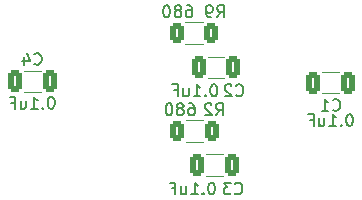
<source format=gbr>
G04 #@! TF.GenerationSoftware,KiCad,Pcbnew,9.0.1*
G04 #@! TF.CreationDate,2025-04-20T19:02:31-04:00*
G04 #@! TF.ProjectId,t41_2_low_power_amplifier,7434315f-325f-46c6-9f77-5f706f776572,rev?*
G04 #@! TF.SameCoordinates,Original*
G04 #@! TF.FileFunction,Legend,Bot*
G04 #@! TF.FilePolarity,Positive*
%FSLAX46Y46*%
G04 Gerber Fmt 4.6, Leading zero omitted, Abs format (unit mm)*
G04 Created by KiCad (PCBNEW 9.0.1) date 2025-04-20 19:02:31*
%MOMM*%
%LPD*%
G01*
G04 APERTURE LIST*
G04 Aperture macros list*
%AMRoundRect*
0 Rectangle with rounded corners*
0 $1 Rounding radius*
0 $2 $3 $4 $5 $6 $7 $8 $9 X,Y pos of 4 corners*
0 Add a 4 corners polygon primitive as box body*
4,1,4,$2,$3,$4,$5,$6,$7,$8,$9,$2,$3,0*
0 Add four circle primitives for the rounded corners*
1,1,$1+$1,$2,$3*
1,1,$1+$1,$4,$5*
1,1,$1+$1,$6,$7*
1,1,$1+$1,$8,$9*
0 Add four rect primitives between the rounded corners*
20,1,$1+$1,$2,$3,$4,$5,0*
20,1,$1+$1,$4,$5,$6,$7,0*
20,1,$1+$1,$6,$7,$8,$9,0*
20,1,$1+$1,$8,$9,$2,$3,0*%
G04 Aperture macros list end*
%ADD10C,0.150000*%
%ADD11C,0.120000*%
%ADD12C,2.000000*%
%ADD13C,2.200000*%
%ADD14C,7.500000*%
%ADD15C,1.440000*%
%ADD16C,2.600000*%
%ADD17C,2.500000*%
%ADD18R,2.400000X2.400000*%
%ADD19C,2.400000*%
%ADD20C,2.100000*%
%ADD21RoundRect,0.250000X0.325000X0.650000X-0.325000X0.650000X-0.325000X-0.650000X0.325000X-0.650000X0*%
%ADD22RoundRect,0.250000X-0.325000X-0.650000X0.325000X-0.650000X0.325000X0.650000X-0.325000X0.650000X0*%
%ADD23RoundRect,0.250000X0.312500X0.625000X-0.312500X0.625000X-0.312500X-0.625000X0.312500X-0.625000X0*%
G04 APERTURE END LIST*
D10*
X129091666Y-70609580D02*
X129139285Y-70657200D01*
X129139285Y-70657200D02*
X129282142Y-70704819D01*
X129282142Y-70704819D02*
X129377380Y-70704819D01*
X129377380Y-70704819D02*
X129520237Y-70657200D01*
X129520237Y-70657200D02*
X129615475Y-70561961D01*
X129615475Y-70561961D02*
X129663094Y-70466723D01*
X129663094Y-70466723D02*
X129710713Y-70276247D01*
X129710713Y-70276247D02*
X129710713Y-70133390D01*
X129710713Y-70133390D02*
X129663094Y-69942914D01*
X129663094Y-69942914D02*
X129615475Y-69847676D01*
X129615475Y-69847676D02*
X129520237Y-69752438D01*
X129520237Y-69752438D02*
X129377380Y-69704819D01*
X129377380Y-69704819D02*
X129282142Y-69704819D01*
X129282142Y-69704819D02*
X129139285Y-69752438D01*
X129139285Y-69752438D02*
X129091666Y-69800057D01*
X128234523Y-70038152D02*
X128234523Y-70704819D01*
X128472618Y-69657200D02*
X128710713Y-70371485D01*
X128710713Y-70371485D02*
X128091666Y-70371485D01*
X130567856Y-73404819D02*
X130472618Y-73404819D01*
X130472618Y-73404819D02*
X130377380Y-73452438D01*
X130377380Y-73452438D02*
X130329761Y-73500057D01*
X130329761Y-73500057D02*
X130282142Y-73595295D01*
X130282142Y-73595295D02*
X130234523Y-73785771D01*
X130234523Y-73785771D02*
X130234523Y-74023866D01*
X130234523Y-74023866D02*
X130282142Y-74214342D01*
X130282142Y-74214342D02*
X130329761Y-74309580D01*
X130329761Y-74309580D02*
X130377380Y-74357200D01*
X130377380Y-74357200D02*
X130472618Y-74404819D01*
X130472618Y-74404819D02*
X130567856Y-74404819D01*
X130567856Y-74404819D02*
X130663094Y-74357200D01*
X130663094Y-74357200D02*
X130710713Y-74309580D01*
X130710713Y-74309580D02*
X130758332Y-74214342D01*
X130758332Y-74214342D02*
X130805951Y-74023866D01*
X130805951Y-74023866D02*
X130805951Y-73785771D01*
X130805951Y-73785771D02*
X130758332Y-73595295D01*
X130758332Y-73595295D02*
X130710713Y-73500057D01*
X130710713Y-73500057D02*
X130663094Y-73452438D01*
X130663094Y-73452438D02*
X130567856Y-73404819D01*
X129805951Y-74309580D02*
X129758332Y-74357200D01*
X129758332Y-74357200D02*
X129805951Y-74404819D01*
X129805951Y-74404819D02*
X129853570Y-74357200D01*
X129853570Y-74357200D02*
X129805951Y-74309580D01*
X129805951Y-74309580D02*
X129805951Y-74404819D01*
X128805952Y-74404819D02*
X129377380Y-74404819D01*
X129091666Y-74404819D02*
X129091666Y-73404819D01*
X129091666Y-73404819D02*
X129186904Y-73547676D01*
X129186904Y-73547676D02*
X129282142Y-73642914D01*
X129282142Y-73642914D02*
X129377380Y-73690533D01*
X127948809Y-73738152D02*
X127948809Y-74404819D01*
X128377380Y-73738152D02*
X128377380Y-74261961D01*
X128377380Y-74261961D02*
X128329761Y-74357200D01*
X128329761Y-74357200D02*
X128234523Y-74404819D01*
X128234523Y-74404819D02*
X128091666Y-74404819D01*
X128091666Y-74404819D02*
X127996428Y-74357200D01*
X127996428Y-74357200D02*
X127948809Y-74309580D01*
X127139285Y-73881009D02*
X127472618Y-73881009D01*
X127472618Y-74404819D02*
X127472618Y-73404819D01*
X127472618Y-73404819D02*
X126996428Y-73404819D01*
X154366666Y-74484580D02*
X154414285Y-74532200D01*
X154414285Y-74532200D02*
X154557142Y-74579819D01*
X154557142Y-74579819D02*
X154652380Y-74579819D01*
X154652380Y-74579819D02*
X154795237Y-74532200D01*
X154795237Y-74532200D02*
X154890475Y-74436961D01*
X154890475Y-74436961D02*
X154938094Y-74341723D01*
X154938094Y-74341723D02*
X154985713Y-74151247D01*
X154985713Y-74151247D02*
X154985713Y-74008390D01*
X154985713Y-74008390D02*
X154938094Y-73817914D01*
X154938094Y-73817914D02*
X154890475Y-73722676D01*
X154890475Y-73722676D02*
X154795237Y-73627438D01*
X154795237Y-73627438D02*
X154652380Y-73579819D01*
X154652380Y-73579819D02*
X154557142Y-73579819D01*
X154557142Y-73579819D02*
X154414285Y-73627438D01*
X154414285Y-73627438D02*
X154366666Y-73675057D01*
X153414285Y-74579819D02*
X153985713Y-74579819D01*
X153699999Y-74579819D02*
X153699999Y-73579819D01*
X153699999Y-73579819D02*
X153795237Y-73722676D01*
X153795237Y-73722676D02*
X153890475Y-73817914D01*
X153890475Y-73817914D02*
X153985713Y-73865533D01*
X155842856Y-74854819D02*
X155747618Y-74854819D01*
X155747618Y-74854819D02*
X155652380Y-74902438D01*
X155652380Y-74902438D02*
X155604761Y-74950057D01*
X155604761Y-74950057D02*
X155557142Y-75045295D01*
X155557142Y-75045295D02*
X155509523Y-75235771D01*
X155509523Y-75235771D02*
X155509523Y-75473866D01*
X155509523Y-75473866D02*
X155557142Y-75664342D01*
X155557142Y-75664342D02*
X155604761Y-75759580D01*
X155604761Y-75759580D02*
X155652380Y-75807200D01*
X155652380Y-75807200D02*
X155747618Y-75854819D01*
X155747618Y-75854819D02*
X155842856Y-75854819D01*
X155842856Y-75854819D02*
X155938094Y-75807200D01*
X155938094Y-75807200D02*
X155985713Y-75759580D01*
X155985713Y-75759580D02*
X156033332Y-75664342D01*
X156033332Y-75664342D02*
X156080951Y-75473866D01*
X156080951Y-75473866D02*
X156080951Y-75235771D01*
X156080951Y-75235771D02*
X156033332Y-75045295D01*
X156033332Y-75045295D02*
X155985713Y-74950057D01*
X155985713Y-74950057D02*
X155938094Y-74902438D01*
X155938094Y-74902438D02*
X155842856Y-74854819D01*
X155080951Y-75759580D02*
X155033332Y-75807200D01*
X155033332Y-75807200D02*
X155080951Y-75854819D01*
X155080951Y-75854819D02*
X155128570Y-75807200D01*
X155128570Y-75807200D02*
X155080951Y-75759580D01*
X155080951Y-75759580D02*
X155080951Y-75854819D01*
X154080952Y-75854819D02*
X154652380Y-75854819D01*
X154366666Y-75854819D02*
X154366666Y-74854819D01*
X154366666Y-74854819D02*
X154461904Y-74997676D01*
X154461904Y-74997676D02*
X154557142Y-75092914D01*
X154557142Y-75092914D02*
X154652380Y-75140533D01*
X153223809Y-75188152D02*
X153223809Y-75854819D01*
X153652380Y-75188152D02*
X153652380Y-75711961D01*
X153652380Y-75711961D02*
X153604761Y-75807200D01*
X153604761Y-75807200D02*
X153509523Y-75854819D01*
X153509523Y-75854819D02*
X153366666Y-75854819D01*
X153366666Y-75854819D02*
X153271428Y-75807200D01*
X153271428Y-75807200D02*
X153223809Y-75759580D01*
X152414285Y-75331009D02*
X152747618Y-75331009D01*
X152747618Y-75854819D02*
X152747618Y-74854819D01*
X152747618Y-74854819D02*
X152271428Y-74854819D01*
X146166666Y-73259580D02*
X146214285Y-73307200D01*
X146214285Y-73307200D02*
X146357142Y-73354819D01*
X146357142Y-73354819D02*
X146452380Y-73354819D01*
X146452380Y-73354819D02*
X146595237Y-73307200D01*
X146595237Y-73307200D02*
X146690475Y-73211961D01*
X146690475Y-73211961D02*
X146738094Y-73116723D01*
X146738094Y-73116723D02*
X146785713Y-72926247D01*
X146785713Y-72926247D02*
X146785713Y-72783390D01*
X146785713Y-72783390D02*
X146738094Y-72592914D01*
X146738094Y-72592914D02*
X146690475Y-72497676D01*
X146690475Y-72497676D02*
X146595237Y-72402438D01*
X146595237Y-72402438D02*
X146452380Y-72354819D01*
X146452380Y-72354819D02*
X146357142Y-72354819D01*
X146357142Y-72354819D02*
X146214285Y-72402438D01*
X146214285Y-72402438D02*
X146166666Y-72450057D01*
X145785713Y-72450057D02*
X145738094Y-72402438D01*
X145738094Y-72402438D02*
X145642856Y-72354819D01*
X145642856Y-72354819D02*
X145404761Y-72354819D01*
X145404761Y-72354819D02*
X145309523Y-72402438D01*
X145309523Y-72402438D02*
X145261904Y-72450057D01*
X145261904Y-72450057D02*
X145214285Y-72545295D01*
X145214285Y-72545295D02*
X145214285Y-72640533D01*
X145214285Y-72640533D02*
X145261904Y-72783390D01*
X145261904Y-72783390D02*
X145833332Y-73354819D01*
X145833332Y-73354819D02*
X145214285Y-73354819D01*
X144342856Y-72354819D02*
X144247618Y-72354819D01*
X144247618Y-72354819D02*
X144152380Y-72402438D01*
X144152380Y-72402438D02*
X144104761Y-72450057D01*
X144104761Y-72450057D02*
X144057142Y-72545295D01*
X144057142Y-72545295D02*
X144009523Y-72735771D01*
X144009523Y-72735771D02*
X144009523Y-72973866D01*
X144009523Y-72973866D02*
X144057142Y-73164342D01*
X144057142Y-73164342D02*
X144104761Y-73259580D01*
X144104761Y-73259580D02*
X144152380Y-73307200D01*
X144152380Y-73307200D02*
X144247618Y-73354819D01*
X144247618Y-73354819D02*
X144342856Y-73354819D01*
X144342856Y-73354819D02*
X144438094Y-73307200D01*
X144438094Y-73307200D02*
X144485713Y-73259580D01*
X144485713Y-73259580D02*
X144533332Y-73164342D01*
X144533332Y-73164342D02*
X144580951Y-72973866D01*
X144580951Y-72973866D02*
X144580951Y-72735771D01*
X144580951Y-72735771D02*
X144533332Y-72545295D01*
X144533332Y-72545295D02*
X144485713Y-72450057D01*
X144485713Y-72450057D02*
X144438094Y-72402438D01*
X144438094Y-72402438D02*
X144342856Y-72354819D01*
X143580951Y-73259580D02*
X143533332Y-73307200D01*
X143533332Y-73307200D02*
X143580951Y-73354819D01*
X143580951Y-73354819D02*
X143628570Y-73307200D01*
X143628570Y-73307200D02*
X143580951Y-73259580D01*
X143580951Y-73259580D02*
X143580951Y-73354819D01*
X142580952Y-73354819D02*
X143152380Y-73354819D01*
X142866666Y-73354819D02*
X142866666Y-72354819D01*
X142866666Y-72354819D02*
X142961904Y-72497676D01*
X142961904Y-72497676D02*
X143057142Y-72592914D01*
X143057142Y-72592914D02*
X143152380Y-72640533D01*
X141723809Y-72688152D02*
X141723809Y-73354819D01*
X142152380Y-72688152D02*
X142152380Y-73211961D01*
X142152380Y-73211961D02*
X142104761Y-73307200D01*
X142104761Y-73307200D02*
X142009523Y-73354819D01*
X142009523Y-73354819D02*
X141866666Y-73354819D01*
X141866666Y-73354819D02*
X141771428Y-73307200D01*
X141771428Y-73307200D02*
X141723809Y-73259580D01*
X140914285Y-72831009D02*
X141247618Y-72831009D01*
X141247618Y-73354819D02*
X141247618Y-72354819D01*
X141247618Y-72354819D02*
X140771428Y-72354819D01*
X146066666Y-81559580D02*
X146114285Y-81607200D01*
X146114285Y-81607200D02*
X146257142Y-81654819D01*
X146257142Y-81654819D02*
X146352380Y-81654819D01*
X146352380Y-81654819D02*
X146495237Y-81607200D01*
X146495237Y-81607200D02*
X146590475Y-81511961D01*
X146590475Y-81511961D02*
X146638094Y-81416723D01*
X146638094Y-81416723D02*
X146685713Y-81226247D01*
X146685713Y-81226247D02*
X146685713Y-81083390D01*
X146685713Y-81083390D02*
X146638094Y-80892914D01*
X146638094Y-80892914D02*
X146590475Y-80797676D01*
X146590475Y-80797676D02*
X146495237Y-80702438D01*
X146495237Y-80702438D02*
X146352380Y-80654819D01*
X146352380Y-80654819D02*
X146257142Y-80654819D01*
X146257142Y-80654819D02*
X146114285Y-80702438D01*
X146114285Y-80702438D02*
X146066666Y-80750057D01*
X145733332Y-80654819D02*
X145114285Y-80654819D01*
X145114285Y-80654819D02*
X145447618Y-81035771D01*
X145447618Y-81035771D02*
X145304761Y-81035771D01*
X145304761Y-81035771D02*
X145209523Y-81083390D01*
X145209523Y-81083390D02*
X145161904Y-81131009D01*
X145161904Y-81131009D02*
X145114285Y-81226247D01*
X145114285Y-81226247D02*
X145114285Y-81464342D01*
X145114285Y-81464342D02*
X145161904Y-81559580D01*
X145161904Y-81559580D02*
X145209523Y-81607200D01*
X145209523Y-81607200D02*
X145304761Y-81654819D01*
X145304761Y-81654819D02*
X145590475Y-81654819D01*
X145590475Y-81654819D02*
X145685713Y-81607200D01*
X145685713Y-81607200D02*
X145733332Y-81559580D01*
X144142856Y-80654819D02*
X144047618Y-80654819D01*
X144047618Y-80654819D02*
X143952380Y-80702438D01*
X143952380Y-80702438D02*
X143904761Y-80750057D01*
X143904761Y-80750057D02*
X143857142Y-80845295D01*
X143857142Y-80845295D02*
X143809523Y-81035771D01*
X143809523Y-81035771D02*
X143809523Y-81273866D01*
X143809523Y-81273866D02*
X143857142Y-81464342D01*
X143857142Y-81464342D02*
X143904761Y-81559580D01*
X143904761Y-81559580D02*
X143952380Y-81607200D01*
X143952380Y-81607200D02*
X144047618Y-81654819D01*
X144047618Y-81654819D02*
X144142856Y-81654819D01*
X144142856Y-81654819D02*
X144238094Y-81607200D01*
X144238094Y-81607200D02*
X144285713Y-81559580D01*
X144285713Y-81559580D02*
X144333332Y-81464342D01*
X144333332Y-81464342D02*
X144380951Y-81273866D01*
X144380951Y-81273866D02*
X144380951Y-81035771D01*
X144380951Y-81035771D02*
X144333332Y-80845295D01*
X144333332Y-80845295D02*
X144285713Y-80750057D01*
X144285713Y-80750057D02*
X144238094Y-80702438D01*
X144238094Y-80702438D02*
X144142856Y-80654819D01*
X143380951Y-81559580D02*
X143333332Y-81607200D01*
X143333332Y-81607200D02*
X143380951Y-81654819D01*
X143380951Y-81654819D02*
X143428570Y-81607200D01*
X143428570Y-81607200D02*
X143380951Y-81559580D01*
X143380951Y-81559580D02*
X143380951Y-81654819D01*
X142380952Y-81654819D02*
X142952380Y-81654819D01*
X142666666Y-81654819D02*
X142666666Y-80654819D01*
X142666666Y-80654819D02*
X142761904Y-80797676D01*
X142761904Y-80797676D02*
X142857142Y-80892914D01*
X142857142Y-80892914D02*
X142952380Y-80940533D01*
X141523809Y-80988152D02*
X141523809Y-81654819D01*
X141952380Y-80988152D02*
X141952380Y-81511961D01*
X141952380Y-81511961D02*
X141904761Y-81607200D01*
X141904761Y-81607200D02*
X141809523Y-81654819D01*
X141809523Y-81654819D02*
X141666666Y-81654819D01*
X141666666Y-81654819D02*
X141571428Y-81607200D01*
X141571428Y-81607200D02*
X141523809Y-81559580D01*
X140714285Y-81131009D02*
X141047618Y-81131009D01*
X141047618Y-81654819D02*
X141047618Y-80654819D01*
X141047618Y-80654819D02*
X140571428Y-80654819D01*
X144566666Y-66654819D02*
X144899999Y-66178628D01*
X145138094Y-66654819D02*
X145138094Y-65654819D01*
X145138094Y-65654819D02*
X144757142Y-65654819D01*
X144757142Y-65654819D02*
X144661904Y-65702438D01*
X144661904Y-65702438D02*
X144614285Y-65750057D01*
X144614285Y-65750057D02*
X144566666Y-65845295D01*
X144566666Y-65845295D02*
X144566666Y-65988152D01*
X144566666Y-65988152D02*
X144614285Y-66083390D01*
X144614285Y-66083390D02*
X144661904Y-66131009D01*
X144661904Y-66131009D02*
X144757142Y-66178628D01*
X144757142Y-66178628D02*
X145138094Y-66178628D01*
X144090475Y-66654819D02*
X143899999Y-66654819D01*
X143899999Y-66654819D02*
X143804761Y-66607200D01*
X143804761Y-66607200D02*
X143757142Y-66559580D01*
X143757142Y-66559580D02*
X143661904Y-66416723D01*
X143661904Y-66416723D02*
X143614285Y-66226247D01*
X143614285Y-66226247D02*
X143614285Y-65845295D01*
X143614285Y-65845295D02*
X143661904Y-65750057D01*
X143661904Y-65750057D02*
X143709523Y-65702438D01*
X143709523Y-65702438D02*
X143804761Y-65654819D01*
X143804761Y-65654819D02*
X143995237Y-65654819D01*
X143995237Y-65654819D02*
X144090475Y-65702438D01*
X144090475Y-65702438D02*
X144138094Y-65750057D01*
X144138094Y-65750057D02*
X144185713Y-65845295D01*
X144185713Y-65845295D02*
X144185713Y-66083390D01*
X144185713Y-66083390D02*
X144138094Y-66178628D01*
X144138094Y-66178628D02*
X144090475Y-66226247D01*
X144090475Y-66226247D02*
X143995237Y-66273866D01*
X143995237Y-66273866D02*
X143804761Y-66273866D01*
X143804761Y-66273866D02*
X143709523Y-66226247D01*
X143709523Y-66226247D02*
X143661904Y-66178628D01*
X143661904Y-66178628D02*
X143614285Y-66083390D01*
X142011904Y-65654819D02*
X142202380Y-65654819D01*
X142202380Y-65654819D02*
X142297618Y-65702438D01*
X142297618Y-65702438D02*
X142345237Y-65750057D01*
X142345237Y-65750057D02*
X142440475Y-65892914D01*
X142440475Y-65892914D02*
X142488094Y-66083390D01*
X142488094Y-66083390D02*
X142488094Y-66464342D01*
X142488094Y-66464342D02*
X142440475Y-66559580D01*
X142440475Y-66559580D02*
X142392856Y-66607200D01*
X142392856Y-66607200D02*
X142297618Y-66654819D01*
X142297618Y-66654819D02*
X142107142Y-66654819D01*
X142107142Y-66654819D02*
X142011904Y-66607200D01*
X142011904Y-66607200D02*
X141964285Y-66559580D01*
X141964285Y-66559580D02*
X141916666Y-66464342D01*
X141916666Y-66464342D02*
X141916666Y-66226247D01*
X141916666Y-66226247D02*
X141964285Y-66131009D01*
X141964285Y-66131009D02*
X142011904Y-66083390D01*
X142011904Y-66083390D02*
X142107142Y-66035771D01*
X142107142Y-66035771D02*
X142297618Y-66035771D01*
X142297618Y-66035771D02*
X142392856Y-66083390D01*
X142392856Y-66083390D02*
X142440475Y-66131009D01*
X142440475Y-66131009D02*
X142488094Y-66226247D01*
X141345237Y-66083390D02*
X141440475Y-66035771D01*
X141440475Y-66035771D02*
X141488094Y-65988152D01*
X141488094Y-65988152D02*
X141535713Y-65892914D01*
X141535713Y-65892914D02*
X141535713Y-65845295D01*
X141535713Y-65845295D02*
X141488094Y-65750057D01*
X141488094Y-65750057D02*
X141440475Y-65702438D01*
X141440475Y-65702438D02*
X141345237Y-65654819D01*
X141345237Y-65654819D02*
X141154761Y-65654819D01*
X141154761Y-65654819D02*
X141059523Y-65702438D01*
X141059523Y-65702438D02*
X141011904Y-65750057D01*
X141011904Y-65750057D02*
X140964285Y-65845295D01*
X140964285Y-65845295D02*
X140964285Y-65892914D01*
X140964285Y-65892914D02*
X141011904Y-65988152D01*
X141011904Y-65988152D02*
X141059523Y-66035771D01*
X141059523Y-66035771D02*
X141154761Y-66083390D01*
X141154761Y-66083390D02*
X141345237Y-66083390D01*
X141345237Y-66083390D02*
X141440475Y-66131009D01*
X141440475Y-66131009D02*
X141488094Y-66178628D01*
X141488094Y-66178628D02*
X141535713Y-66273866D01*
X141535713Y-66273866D02*
X141535713Y-66464342D01*
X141535713Y-66464342D02*
X141488094Y-66559580D01*
X141488094Y-66559580D02*
X141440475Y-66607200D01*
X141440475Y-66607200D02*
X141345237Y-66654819D01*
X141345237Y-66654819D02*
X141154761Y-66654819D01*
X141154761Y-66654819D02*
X141059523Y-66607200D01*
X141059523Y-66607200D02*
X141011904Y-66559580D01*
X141011904Y-66559580D02*
X140964285Y-66464342D01*
X140964285Y-66464342D02*
X140964285Y-66273866D01*
X140964285Y-66273866D02*
X141011904Y-66178628D01*
X141011904Y-66178628D02*
X141059523Y-66131009D01*
X141059523Y-66131009D02*
X141154761Y-66083390D01*
X140345237Y-65654819D02*
X140249999Y-65654819D01*
X140249999Y-65654819D02*
X140154761Y-65702438D01*
X140154761Y-65702438D02*
X140107142Y-65750057D01*
X140107142Y-65750057D02*
X140059523Y-65845295D01*
X140059523Y-65845295D02*
X140011904Y-66035771D01*
X140011904Y-66035771D02*
X140011904Y-66273866D01*
X140011904Y-66273866D02*
X140059523Y-66464342D01*
X140059523Y-66464342D02*
X140107142Y-66559580D01*
X140107142Y-66559580D02*
X140154761Y-66607200D01*
X140154761Y-66607200D02*
X140249999Y-66654819D01*
X140249999Y-66654819D02*
X140345237Y-66654819D01*
X140345237Y-66654819D02*
X140440475Y-66607200D01*
X140440475Y-66607200D02*
X140488094Y-66559580D01*
X140488094Y-66559580D02*
X140535713Y-66464342D01*
X140535713Y-66464342D02*
X140583332Y-66273866D01*
X140583332Y-66273866D02*
X140583332Y-66035771D01*
X140583332Y-66035771D02*
X140535713Y-65845295D01*
X140535713Y-65845295D02*
X140488094Y-65750057D01*
X140488094Y-65750057D02*
X140440475Y-65702438D01*
X140440475Y-65702438D02*
X140345237Y-65654819D01*
X144466666Y-74954819D02*
X144799999Y-74478628D01*
X145038094Y-74954819D02*
X145038094Y-73954819D01*
X145038094Y-73954819D02*
X144657142Y-73954819D01*
X144657142Y-73954819D02*
X144561904Y-74002438D01*
X144561904Y-74002438D02*
X144514285Y-74050057D01*
X144514285Y-74050057D02*
X144466666Y-74145295D01*
X144466666Y-74145295D02*
X144466666Y-74288152D01*
X144466666Y-74288152D02*
X144514285Y-74383390D01*
X144514285Y-74383390D02*
X144561904Y-74431009D01*
X144561904Y-74431009D02*
X144657142Y-74478628D01*
X144657142Y-74478628D02*
X145038094Y-74478628D01*
X144085713Y-74050057D02*
X144038094Y-74002438D01*
X144038094Y-74002438D02*
X143942856Y-73954819D01*
X143942856Y-73954819D02*
X143704761Y-73954819D01*
X143704761Y-73954819D02*
X143609523Y-74002438D01*
X143609523Y-74002438D02*
X143561904Y-74050057D01*
X143561904Y-74050057D02*
X143514285Y-74145295D01*
X143514285Y-74145295D02*
X143514285Y-74240533D01*
X143514285Y-74240533D02*
X143561904Y-74383390D01*
X143561904Y-74383390D02*
X144133332Y-74954819D01*
X144133332Y-74954819D02*
X143514285Y-74954819D01*
X142211904Y-73954819D02*
X142402380Y-73954819D01*
X142402380Y-73954819D02*
X142497618Y-74002438D01*
X142497618Y-74002438D02*
X142545237Y-74050057D01*
X142545237Y-74050057D02*
X142640475Y-74192914D01*
X142640475Y-74192914D02*
X142688094Y-74383390D01*
X142688094Y-74383390D02*
X142688094Y-74764342D01*
X142688094Y-74764342D02*
X142640475Y-74859580D01*
X142640475Y-74859580D02*
X142592856Y-74907200D01*
X142592856Y-74907200D02*
X142497618Y-74954819D01*
X142497618Y-74954819D02*
X142307142Y-74954819D01*
X142307142Y-74954819D02*
X142211904Y-74907200D01*
X142211904Y-74907200D02*
X142164285Y-74859580D01*
X142164285Y-74859580D02*
X142116666Y-74764342D01*
X142116666Y-74764342D02*
X142116666Y-74526247D01*
X142116666Y-74526247D02*
X142164285Y-74431009D01*
X142164285Y-74431009D02*
X142211904Y-74383390D01*
X142211904Y-74383390D02*
X142307142Y-74335771D01*
X142307142Y-74335771D02*
X142497618Y-74335771D01*
X142497618Y-74335771D02*
X142592856Y-74383390D01*
X142592856Y-74383390D02*
X142640475Y-74431009D01*
X142640475Y-74431009D02*
X142688094Y-74526247D01*
X141545237Y-74383390D02*
X141640475Y-74335771D01*
X141640475Y-74335771D02*
X141688094Y-74288152D01*
X141688094Y-74288152D02*
X141735713Y-74192914D01*
X141735713Y-74192914D02*
X141735713Y-74145295D01*
X141735713Y-74145295D02*
X141688094Y-74050057D01*
X141688094Y-74050057D02*
X141640475Y-74002438D01*
X141640475Y-74002438D02*
X141545237Y-73954819D01*
X141545237Y-73954819D02*
X141354761Y-73954819D01*
X141354761Y-73954819D02*
X141259523Y-74002438D01*
X141259523Y-74002438D02*
X141211904Y-74050057D01*
X141211904Y-74050057D02*
X141164285Y-74145295D01*
X141164285Y-74145295D02*
X141164285Y-74192914D01*
X141164285Y-74192914D02*
X141211904Y-74288152D01*
X141211904Y-74288152D02*
X141259523Y-74335771D01*
X141259523Y-74335771D02*
X141354761Y-74383390D01*
X141354761Y-74383390D02*
X141545237Y-74383390D01*
X141545237Y-74383390D02*
X141640475Y-74431009D01*
X141640475Y-74431009D02*
X141688094Y-74478628D01*
X141688094Y-74478628D02*
X141735713Y-74573866D01*
X141735713Y-74573866D02*
X141735713Y-74764342D01*
X141735713Y-74764342D02*
X141688094Y-74859580D01*
X141688094Y-74859580D02*
X141640475Y-74907200D01*
X141640475Y-74907200D02*
X141545237Y-74954819D01*
X141545237Y-74954819D02*
X141354761Y-74954819D01*
X141354761Y-74954819D02*
X141259523Y-74907200D01*
X141259523Y-74907200D02*
X141211904Y-74859580D01*
X141211904Y-74859580D02*
X141164285Y-74764342D01*
X141164285Y-74764342D02*
X141164285Y-74573866D01*
X141164285Y-74573866D02*
X141211904Y-74478628D01*
X141211904Y-74478628D02*
X141259523Y-74431009D01*
X141259523Y-74431009D02*
X141354761Y-74383390D01*
X140545237Y-73954819D02*
X140449999Y-73954819D01*
X140449999Y-73954819D02*
X140354761Y-74002438D01*
X140354761Y-74002438D02*
X140307142Y-74050057D01*
X140307142Y-74050057D02*
X140259523Y-74145295D01*
X140259523Y-74145295D02*
X140211904Y-74335771D01*
X140211904Y-74335771D02*
X140211904Y-74573866D01*
X140211904Y-74573866D02*
X140259523Y-74764342D01*
X140259523Y-74764342D02*
X140307142Y-74859580D01*
X140307142Y-74859580D02*
X140354761Y-74907200D01*
X140354761Y-74907200D02*
X140449999Y-74954819D01*
X140449999Y-74954819D02*
X140545237Y-74954819D01*
X140545237Y-74954819D02*
X140640475Y-74907200D01*
X140640475Y-74907200D02*
X140688094Y-74859580D01*
X140688094Y-74859580D02*
X140735713Y-74764342D01*
X140735713Y-74764342D02*
X140783332Y-74573866D01*
X140783332Y-74573866D02*
X140783332Y-74335771D01*
X140783332Y-74335771D02*
X140735713Y-74145295D01*
X140735713Y-74145295D02*
X140688094Y-74050057D01*
X140688094Y-74050057D02*
X140640475Y-74002438D01*
X140640475Y-74002438D02*
X140545237Y-73954819D01*
D11*
X128213748Y-71190000D02*
X129636252Y-71190000D01*
X128213748Y-73010000D02*
X129636252Y-73010000D01*
X154911252Y-71290000D02*
X153488748Y-71290000D01*
X154911252Y-73110000D02*
X153488748Y-73110000D01*
X145186252Y-69990000D02*
X143763748Y-69990000D01*
X145186252Y-71810000D02*
X143763748Y-71810000D01*
X145073752Y-78240000D02*
X143651248Y-78240000D01*
X145073752Y-80060000D02*
X143651248Y-80060000D01*
X141885436Y-67090000D02*
X143339564Y-67090000D01*
X141885436Y-68910000D02*
X143339564Y-68910000D01*
X141910436Y-75390000D02*
X143364564Y-75390000D01*
X141910436Y-77210000D02*
X143364564Y-77210000D01*
%LPC*%
D12*
X125700000Y-69100000D03*
X125700000Y-75100000D03*
X132700000Y-75100000D03*
D13*
X132700000Y-72100000D03*
D12*
X132700000Y-69100000D03*
D14*
X165000000Y-55000000D03*
D15*
X128700000Y-83650000D03*
X128700000Y-86190000D03*
X128700000Y-88730000D03*
D14*
X105000000Y-55000000D03*
X165000000Y-111000000D03*
D16*
X161920000Y-64000000D03*
X161920000Y-69080000D03*
X167000000Y-64000000D03*
X167000000Y-69080000D03*
D17*
X164560000Y-66465000D03*
D18*
X109000000Y-94700000D03*
D19*
X109000000Y-99700000D03*
D16*
X103370000Y-66870000D03*
X103370000Y-71950000D03*
X108450000Y-66870000D03*
X108450000Y-71950000D03*
D17*
X106010000Y-69335000D03*
D20*
X106950000Y-84450000D03*
X106950000Y-86950000D03*
D14*
X105000000Y-111000000D03*
D12*
X157500000Y-75200000D03*
X157500000Y-69200000D03*
X150500000Y-69200000D03*
D13*
X150500000Y-72200000D03*
D12*
X150500000Y-75200000D03*
D21*
X130400000Y-72100000D03*
X127450000Y-72100000D03*
D22*
X152725000Y-72200000D03*
X155675000Y-72200000D03*
X143000000Y-70900000D03*
X145950000Y-70900000D03*
X142887500Y-79150000D03*
X145837500Y-79150000D03*
D23*
X144075000Y-68000000D03*
X141150000Y-68000000D03*
X144100000Y-76300000D03*
X141175000Y-76300000D03*
%LPD*%
M02*

</source>
